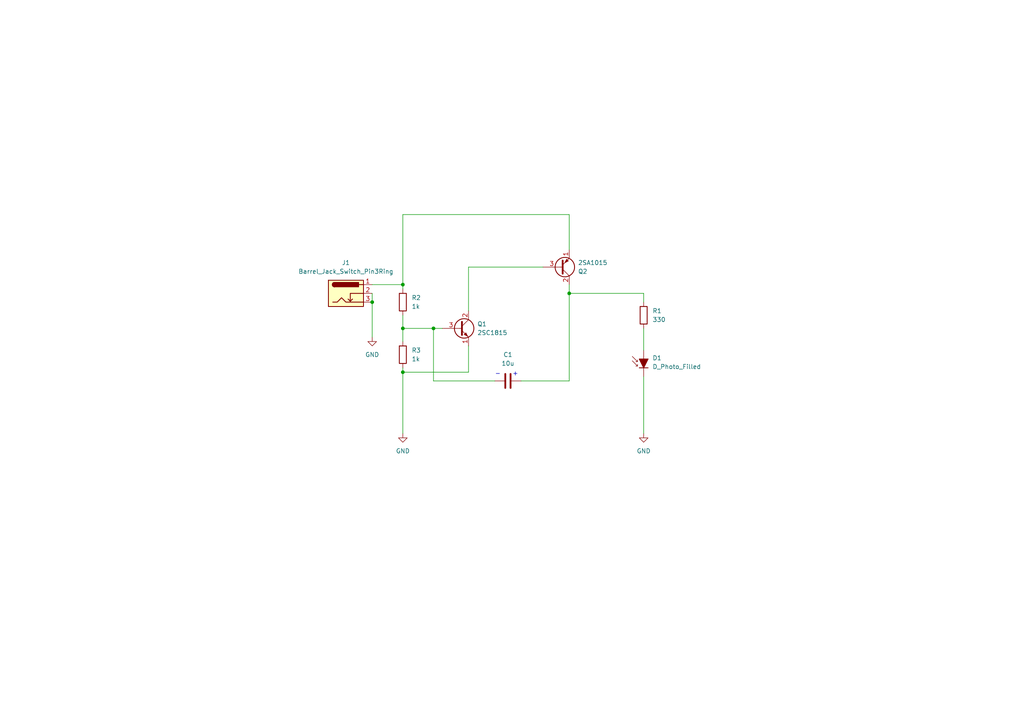
<source format=kicad_sch>
(kicad_sch (version 20230121) (generator eeschema)
  (paper "A4")
  (title_block (title "電子ホタル") (date "2023-12-02") (rev "Rev.1") (company "とりてん @s51517765"))
  (lib_symbols
    (symbol "Connector:Barrel_Jack_Switch_Pin3Ring" (pin_names hide)
      (property "Reference" "J" (at 0 5.334 0))
      (property "Value" "Barrel_Jack_Switch_Pin3Ring" (at 0 -5.08 0))
      (symbol "Barrel_Jack_Switch_Pin3Ring_0_1"
        (rectangle (start -5.08 3.81) (end 5.08 -3.81) (stroke (width 0.254)) (fill (type background)))
        (arc (start -3.302 3.175) (mid -3.9343 2.54) (end -3.302 1.905) (stroke (width 0.254)))
        (arc (start -3.302 3.175) (mid -3.9343 2.54) (end -3.302 1.905) (stroke (width 0.254)) (fill (type outline)))
        (polyline (pts (xy 1.27 -2.286) (xy 1.905 -1.651)) (stroke (width 0.254)))
        (polyline (pts (xy 5.08 2.54) (xy 3.81 2.54)) (stroke (width 0.254)))
        (polyline (pts (xy 5.08 0) (xy 1.27 0) (xy 1.27 -2.286) (xy 0.635 -1.651)) (stroke (width 0.254)))
        (polyline (pts (xy -3.81 -2.54) (xy -2.54 -2.54) (xy -1.27 -1.27) (xy 0 -2.54) (xy 2.54 -2.54) (xy 5.08 -2.54)) (stroke (width 0.254)))
        (rectangle (start 3.683 3.175) (end -3.302 1.905) (stroke (width 0.254)) (fill (type outline)))
      )
      (symbol "Barrel_Jack_Switch_Pin3Ring_1_1"
        (pin passive line (at 7.62 2.54 180) (length 2.54) (name "~") (number "1"))
        (pin passive line (at 7.62 0 180) (length 2.54) (name "~") (number "2"))
        (pin passive line (at 7.62 -2.54 180) (length 2.54) (name "~") (number "3"))
      )
    )
    (symbol "Device:C" (pin_numbers hide) (pin_names (offset 0.254))
      (property "Reference" "C" (at 0.635 2.54 0))
      (property "Value" "C" (at 0.635 -2.54 0))
      (symbol "C_0_1"
        (polyline (pts (xy -2.032 -0.762) (xy 2.032 -0.762)) (stroke (width 0.508)))
        (polyline (pts (xy -2.032 0.762) (xy 2.032 0.762)) (stroke (width 0.508)))
      )
      (symbol "C_1_1"
        (pin passive line (at 0 3.81 270) (length 2.794) (name "~") (number "1"))
        (pin passive line (at 0 -3.81 90) (length 2.794) (name "~") (number "2"))
      )
    )
    (symbol "Device:D_Photo_Filled" (pin_numbers hide) (pin_names hide)
      (property "Reference" "D" (at 0.508 1.778 0))
      (property "Value" "D_Photo_Filled" (at -1.016 -2.794 0))
      (symbol "D_Photo_Filled_0_1"
        (polyline (pts (xy -2.54 1.27) (xy -2.54 -1.27)) (stroke (width 0.254)))
        (polyline (pts (xy -2.032 1.778) (xy -1.524 1.778)))
        (polyline (pts (xy 0 0) (xy -2.54 0)))
        (polyline (pts (xy -0.508 3.302) (xy -2.032 1.778) (xy -2.032 2.286)))
        (polyline (pts (xy 0 -1.27) (xy 0 1.27) (xy -2.54 0) (xy 0 -1.27)) (stroke (width 0.254)) (fill (type outline)))
        (polyline (pts (xy 0.762 3.302) (xy -0.762 1.778) (xy -0.762 2.286) (xy -0.762 1.778) (xy -0.254 1.778)))
      )
      (symbol "D_Photo_Filled_1_1"
        (pin passive line (at -5.08 0 0) (length 2.54) (name "K") (number "1"))
        (pin passive line (at 2.54 0 180) (length 2.54) (name "A") (number "2"))
      )
    )
    (symbol "Device:R" (pin_numbers hide) (pin_names (offset 0))
      (property "Reference" "R" (at 2.032 0 90))
      (property "Value" "R" (at 0 0 90))
      (symbol "R_0_1"
        (rectangle (start -1.016 -2.54) (end 1.016 2.54) (stroke (width 0.254)))
      )
      (symbol "R_1_1"
        (pin passive line (at 0 3.81 270) (length 1.27) (name "~") (number "1"))
        (pin passive line (at 0 -3.81 90) (length 1.27) (name "~") (number "2"))
      )
    )
    (symbol "Transistor_BJT:2SA1015" (pin_names (offset 0) hide)
      (property "Reference" "Q" (at 5.08 1.905 0))
      (property "Value" "2SA1015" (at 5.08 0 0))
      (symbol "2SA1015_0_1"
        (polyline (pts (xy 0 0) (xy 0.635 0)))
        (polyline (pts (xy 2.54 -2.54) (xy 0.635 -0.635)))
        (polyline (pts (xy 2.54 2.54) (xy 0.635 0.635)))
        (polyline (pts (xy 0.635 1.905) (xy 0.635 -1.905) (xy 0.635 -1.905)) (stroke (width 0.508)) (fill (type outline)))
        (polyline (pts (xy 1.778 -2.286) (xy 2.286 -1.778) (xy 1.27 -1.27) (xy 1.778 -2.286) (xy 1.778 -2.286)) (fill (type outline)))
        (circle (center 1.27 0) (radius 2.8194) (stroke (width 0.254)))
      )
      (symbol "2SA1015_1_1"
        (pin passive line (at 2.54 -5.08 90) (length 2.54) (name "E") (number "1"))
        (pin passive line (at 2.54 5.08 270) (length 2.54) (name "C") (number "2"))
        (pin input line (at -5.08 0 0) (length 5.08) (name "B") (number "3"))
      )
    )
    (symbol "Transistor_BJT:2SC1815" (pin_names (offset 0) hide)
      (property "Reference" "Q" (at 5.08 1.905 0))
      (property "Value" "2SC1815" (at 5.08 0 0))
      (symbol "2SC1815_0_1"
        (polyline (pts (xy 0 0) (xy 0.508 0)))
        (polyline (pts (xy 0.635 0.635) (xy 2.54 2.54)))
        (polyline (pts (xy 0.635 -0.635) (xy 2.54 -2.54) (xy 2.54 -2.54)))
        (polyline (pts (xy 0.635 1.905) (xy 0.635 -1.905) (xy 0.635 -1.905)) (stroke (width 0.508)))
        (polyline (pts (xy 1.27 -1.778) (xy 1.778 -1.27) (xy 2.286 -2.286) (xy 1.27 -1.778) (xy 1.27 -1.778)) (fill (type outline)))
        (circle (center 1.27 0) (radius 2.8194) (stroke (width 0.254)))
      )
      (symbol "2SC1815_1_1"
        (pin passive line (at 2.54 -5.08 90) (length 2.54) (name "E") (number "1"))
        (pin passive line (at 2.54 5.08 270) (length 2.54) (name "C") (number "2"))
        (pin input line (at -5.08 0 0) (length 5.08) (name "B") (number "3"))
      )
    )
    (symbol "power:GND" (power) (pin_names (offset 0))
      (property "Value" "GND" (at 0 -3.81 0))
      (symbol "GND_0_1"
        (polyline (pts (xy 0 0) (xy 0 -1.27) (xy 1.27 -1.27) (xy 0 -2.54) (xy -1.27 -1.27) (xy 0 -1.27)))
      )
      (symbol "GND_1_1"
        (pin power_in line (at 0 0 270) (length 0) hide (name "GND") (number "1"))
      )
    )
  )
  (junction (at 116.84 107.95))
  (junction (at 165.1 85.09))
  (junction (at 116.84 82.55))
  (junction (at 107.95 87.63))
  (junction (at 116.84 95.25))
  (junction (at 125.73 95.25))
  (wire (pts (xy 165.1 110.49) (xy 165.1 85.09)))
  (wire (pts (xy 116.84 107.95) (xy 135.89 107.95)))
  (wire (pts (xy 135.89 100.33) (xy 135.89 107.95)))
  (wire (pts (xy 151.13 110.49) (xy 165.1 110.49)))
  (wire (pts (xy 186.69 85.09) (xy 186.69 87.63)))
  (wire (pts (xy 116.84 107.95) (xy 116.84 125.73)))
  (wire (pts (xy 135.89 77.47) (xy 135.89 90.17)))
  (wire (pts (xy 116.84 62.23) (xy 116.84 82.55)))
  (wire (pts (xy 165.1 85.09) (xy 186.69 85.09)))
  (wire (pts (xy 116.84 82.55) (xy 116.84 83.82)))
  (wire (pts (xy 125.73 95.25) (xy 128.27 95.25)))
  (wire (pts (xy 186.69 109.22) (xy 186.69 125.73)))
  (wire (pts (xy 116.84 106.68) (xy 116.84 107.95)))
  (wire (pts (xy 107.95 87.63) (xy 107.95 97.79)))
  (wire (pts (xy 143.51 110.49) (xy 125.73 110.49)))
  (wire (pts (xy 165.1 72.39) (xy 165.1 62.23)))
  (wire (pts (xy 157.48 77.47) (xy 135.89 77.47)))
  (wire (pts (xy 116.84 91.44) (xy 116.84 95.25)))
  (wire (pts (xy 107.95 82.55) (xy 116.84 82.55)))
  (wire (pts (xy 165.1 62.23) (xy 116.84 62.23)))
  (wire (pts (xy 165.1 82.55) (xy 165.1 85.09)))
  (wire (pts (xy 116.84 95.25) (xy 116.84 99.06)))
  (wire (pts (xy 125.73 95.25) (xy 125.73 110.49)))
  (wire (pts (xy 116.84 95.25) (xy 125.73 95.25)))
  (wire (pts (xy 186.69 95.25) (xy 186.69 101.6)))
  (wire (pts (xy 107.95 85.09) (xy 107.95 87.63)))
  (text "-" (at 143.51 109.22 0) (effects (font (size 1.27 1.27)) (justify left bottom)))
  (text "+" (at 148.59 109.22 0) (effects (font (size 1.27 1.27)) (justify left bottom)))
  (symbol (lib_id "Transistor_BJT:2SA1015") (at 162.56 77.47 0) (mirror x) (unit 1)
    (property "Reference" "Q2" (at 167.64 78.74 0) (effects (justify left)))
    (property "Value" "2SA1015" (at 167.64 76.2 0) (effects (justify left)))
    (property "Footprint" "Package_TO_SOT_THT:TO-92_Inline" (effects hide))
    (property "Datasheet" "http://www.datasheetcatalog.org/datasheet/toshiba/905.pdf" (effects hide))
  )
  (symbol (lib_id "Connector:Barrel_Jack_Switch_Pin3Ring") (at 100.33 85.09 0) (unit 1)
    (property "Reference" "J1" (at 100.33 76.2 0))
    (property "Value" "Barrel_Jack_Switch_Pin3Ring" (at 100.33 78.74 0))
    (property "Footprint" "Connector_BarrelJack:BarrelJack_GCT_DCJ200-10-A_Horizontal" (effects hide))
  )
  (symbol (lib_id "Device:C") (at 147.32 110.49 270) (mirror x) (unit 1)
    (property "Reference" "C1" (at 147.32 102.87 90))
    (property "Value" "10u" (at 147.32 105.41 90))
    (property "Footprint" "Capacitor_THT:CP_Radial_Tantal_D6.0mm_P5.00mm" (effects hide))
  )
  (symbol (lib_id "power:GND") (at 186.69 125.73 0) (unit 1)
    (property "Reference" "#PWR03" (effects hide))
    (property "Value" "GND" (at 186.69 130.81 0))
  )
  (symbol (lib_id "Device:R") (at 186.69 91.44 0) (unit 1)
    (property "Reference" "R1" (at 189.23 90.17 0) (effects (justify left)))
    (property "Value" "330" (at 189.23 92.71 0) (effects (justify left)))
    (property "Footprint" "Resistor_THT:R_Axial_DIN0207_L6.3mm_D2.5mm_P10.16mm_Horizontal" (effects hide))
  )
  (symbol (lib_id "Transistor_BJT:2SC1815") (at 133.35 95.25 0) (unit 1)
    (property "Reference" "Q1" (at 138.43 93.98 0) (effects (justify left)))
    (property "Value" "2SC1815" (at 138.43 96.52 0) (effects (justify left)))
    (property "Footprint" "Package_TO_SOT_THT:TO-92_Inline" (effects hide))
    (property "Datasheet" "https://media.digikey.com/pdf/Data%20Sheets/Toshiba%20PDFs/2SC1815.pdf" (effects hide))
  )
  (symbol (lib_id "Device:R") (at 116.84 102.87 0) (unit 1)
    (property "Reference" "R3" (at 119.38 101.6 0) (effects (justify left)))
    (property "Value" "1k" (at 119.38 104.14 0) (effects (justify left)))
    (property "Footprint" "Resistor_THT:R_Axial_DIN0207_L6.3mm_D2.5mm_P10.16mm_Horizontal" (effects hide))
  )
  (symbol (lib_id "Device:D_Photo_Filled") (at 186.69 104.14 90) (unit 1)
    (property "Reference" "D1" (at 189.23 103.8225 90) (effects (justify right)))
    (property "Value" "D_Photo_Filled" (at 189.23 106.3625 90) (effects (justify right)))
    (property "Footprint" "LED_THT:LED_D3.0mm" (effects hide))
  )
  (symbol (lib_id "Device:R") (at 116.84 87.63 0) (unit 1)
    (property "Reference" "R2" (at 119.38 86.36 0) (effects (justify left)))
    (property "Value" "1k" (at 119.38 88.9 0) (effects (justify left)))
    (property "Footprint" "Resistor_THT:R_Axial_DIN0207_L6.3mm_D2.5mm_P10.16mm_Horizontal" (effects hide))
  )
  (symbol (lib_id "power:GND") (at 107.95 97.79 0) (unit 1)
    (property "Reference" "#PWR01" (effects hide))
    (property "Value" "GND" (at 107.95 102.87 0))
  )
  (symbol (lib_id "power:GND") (at 116.84 125.73 0) (unit 1)
    (property "Reference" "#PWR02" (effects hide))
    (property "Value" "GND" (at 116.84 130.81 0))
  )
)
</source>
